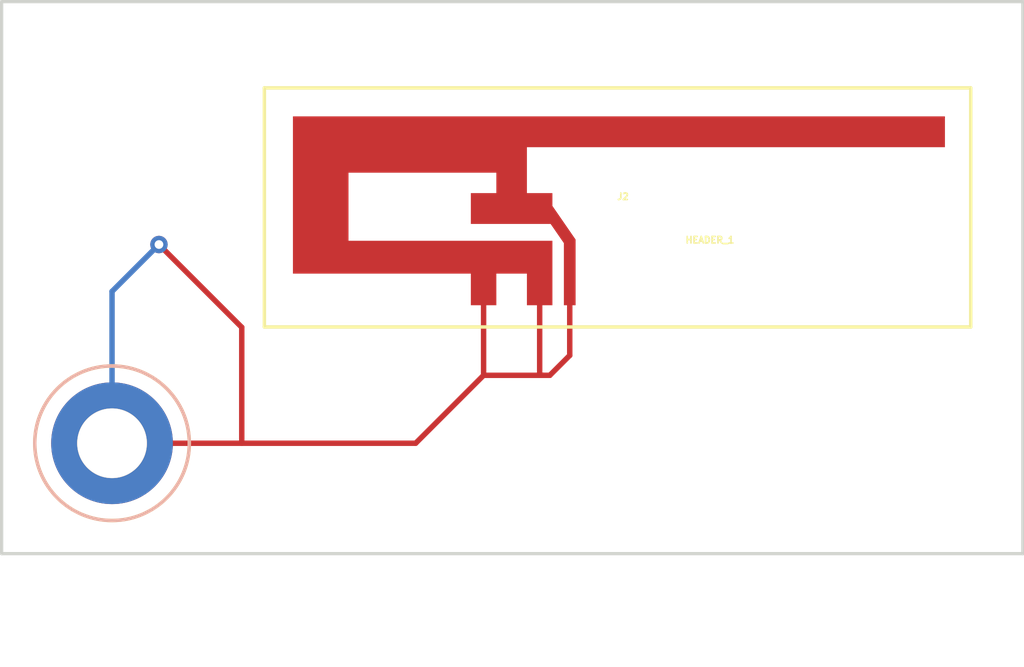
<source format=kicad_pcb>
(kicad_pcb (version 20171130) (host pcbnew "(5.0.0-rc2-dev-41-gce1bd4c-dirty)")

  (general
    (thickness 1.6)
    (drawings 5)
    (tracks 17)
    (zones 0)
    (modules 2)
    (nets 2)
  )

  (page A4)
  (layers
    (0 F.Cu signal)
    (31 B.Cu signal)
    (32 B.Adhes user)
    (33 F.Adhes user)
    (34 B.Paste user)
    (35 F.Paste user)
    (36 B.SilkS user)
    (37 F.SilkS user)
    (38 B.Mask user)
    (39 F.Mask user)
    (40 Dwgs.User user)
    (41 Cmts.User user)
    (42 Eco1.User user)
    (43 Eco2.User user)
    (44 Edge.Cuts user)
    (45 Margin user)
    (46 B.CrtYd user)
    (47 F.CrtYd user)
    (48 B.Fab user)
    (49 F.Fab user)
  )

  (setup
    (last_trace_width 0.25)
    (trace_clearance 0.2)
    (zone_clearance 0.508)
    (zone_45_only no)
    (trace_min 0.2)
    (segment_width 0.15)
    (edge_width 0.15)
    (via_size 0.8)
    (via_drill 0.4)
    (via_min_size 0.4)
    (via_min_drill 0.3)
    (uvia_size 0.3)
    (uvia_drill 0.1)
    (uvias_allowed no)
    (uvia_min_size 0.2)
    (uvia_min_drill 0.1)
    (pcb_text_width 0.3)
    (pcb_text_size 1.5 1.5)
    (mod_edge_width 0.3)
    (mod_text_size 1.5 1.5)
    (mod_text_width 0.15)
    (pad_size 0.8 1.2)
    (pad_drill 0.5)
    (pad_to_mask_clearance 0.2)
    (aux_axis_origin 0 0)
    (visible_elements 7FFFFFFF)
    (pcbplotparams
      (layerselection 0x010fc_ffffffff)
      (usegerberextensions false)
      (usegerberattributes false)
      (usegerberadvancedattributes false)
      (creategerberjobfile false)
      (excludeedgelayer true)
      (linewidth 0.100000)
      (plotframeref false)
      (viasonmask false)
      (mode 1)
      (useauxorigin false)
      (hpglpennumber 1)
      (hpglpenspeed 20)
      (hpglpendiameter 15)
      (psnegative false)
      (psa4output false)
      (plotreference true)
      (plotvalue true)
      (plotinvisibletext false)
      (padsonsilk false)
      (subtractmaskfromsilk false)
      (outputformat 1)
      (mirror false)
      (drillshape 1)
      (scaleselection 1)
      (outputdirectory ""))
  )

  (net 0 "")
  (net 1 GND)

  (net_class Default "This is the default net class."
    (clearance 0.2)
    (trace_width 0.25)
    (via_dia 0.8)
    (via_drill 0.4)
    (uvia_dia 0.3)
    (uvia_drill 0.1)
    (add_net GND)
  )

  (module a_ANCHORS:polylines (layer F.Cu) (tedit 5A74E519) (tstamp 5ABF95F6)
    (at 157.48 100.33)
    (descr "fp-template-RF-antenna-poly StepUp generated footprint")
    (path /5ABF8D65)
    (attr smd)
    (fp_text reference J2 (at 7 -5) (layer F.SilkS)
      (effects (font (size 0.3 0.3) (thickness 0.08)))
    )
    (fp_text value HEADER_1 (at 11 -3) (layer F.SilkS)
      (effects (font (size 0.3 0.3) (thickness 0.08)))
    )
    (fp_text user %R (at 7 -5) (layer F.Fab)
      (effects (font (size 0.3 0.3) (thickness 0.08)))
    )
    (fp_line (start -9.5 -10) (end 23 -10) (layer F.SilkS) (width 0.16))
    (fp_line (start 23 -10) (end 23 1) (layer F.SilkS) (width 0.16))
    (fp_line (start 23 1) (end -9.5 1) (layer F.SilkS) (width 0.16))
    (fp_line (start -9.5 1) (end -9.5 -10) (layer F.SilkS) (width 0.16))
    (pad 1 smd rect (at 0.586396 -0.293198) (size 1.172791 0.586396) (layers F.Cu F.Mask)
      (net 1 GND))
    (pad 1 smd rect (at 4.55043 -0.293198) (size 0.539484 0.586396) (layers F.Cu F.Mask)
      (net 1 GND))
    (pad 1 smd rect (at 3.166537 -0.293198) (size 1.172791 0.586396) (layers F.Cu F.Mask)
      (net 1 GND))
    (pad 1 smd custom (at 0.609678 -0.998418) (size 0.416776 0.416776) (layers F.Cu F.Mask)
      (net 1 GND) (zone_connect 0)
      (options (clearance outline) (anchor circle))
      (primitives
        (gr_poly (pts
           (xy 3.67101 -1.857329) (xy 3.059986 -2.742786) (xy -0.609678 -2.742786) (xy -0.609678 -4.161863) (xy 0.563113 -4.161863)
           (xy 0.563113 -5.100096) (xy -6.239076 -5.100096) (xy -6.239076 -1.968744) (xy 3.143254 -1.968744) (xy 3.143254 0.412022)
           (xy 1.970463 0.412022) (xy 1.970463 -0.455843) (xy 0.563113 -0.455843) (xy 0.563113 0.412022) (xy -0.609678 0.412022)
           (xy -0.609678 -0.455843) (xy -8.795761 -0.455843) (xy -8.795761 -7.691965) (xy 21.204239 -7.691965) (xy 21.204239 -6.272888)
           (xy 1.970463 -6.272888) (xy 1.970463 -4.161863) (xy 3.143254 -4.161863) (xy 3.143254 -3.573122) (xy 4.210494 -2.025038)
           (xy 4.210494 0.412022) (xy 3.67101 0.412022)) (width 0))
      ))
  )

  (module a_ANCHORS:1pinD32 (layer F.Cu) (tedit 5A634090) (tstamp 5ABF96AE)
    (at 140.97 106.68)
    (path /5ABF8CC8)
    (fp_text reference J1 (at 0 -4.699) (layer F.SilkS) hide
      (effects (font (size 1.00076 1.00076) (thickness 0.2032)))
    )
    (fp_text value HEADER_1 (at 0 4.953) (layer F.SilkS) hide
      (effects (font (size 1.00076 1.00076) (thickness 0.2032)))
    )
    (fp_circle (center 0 0) (end 0 1.524) (layer B.SilkS) (width 0.16))
    (fp_circle (center 0 0) (end 0 1.524) (layer F.SilkS) (width 0.16))
    (fp_circle (center 0 0) (end 0 3.556) (layer B.SilkS) (width 0.16))
    (fp_circle (center 0 0) (end 0 3.556) (layer F.SilkS) (width 0.16))
    (pad 1 thru_hole circle (at 0 0) (size 5.6 5.6) (drill 3.2004) (layers *.Cu *.Mask)
      (net 1 GND))
  )

  (gr_text "pcb.make(fuseCoppers=True)" (at 157.48 115.57) (layer Cmts.User)
    (effects (font (size 1.5 1.5) (thickness 0.3)))
  )
  (gr_line (start 135.89 86.36) (end 182.88 86.36) (angle 90) (layer Edge.Cuts) (width 0.15))
  (gr_line (start 135.89 111.76) (end 135.89 86.36) (angle 90) (layer Edge.Cuts) (width 0.15))
  (gr_line (start 182.88 111.76) (end 135.89 111.76) (angle 90) (layer Edge.Cuts) (width 0.15))
  (gr_line (start 182.88 86.36) (end 182.88 111.76) (angle 90) (layer Edge.Cuts) (width 0.15))

  (segment (start 140.97 106.68) (end 140.97 99.695) (width 0.25) (layer B.Cu) (net 1) (status 400000))
  (segment (start 140.97 99.695) (end 143.129 97.536) (width 0.25) (layer B.Cu) (net 1) (tstamp 5ABF9771))
  (via (at 143.129 97.536) (size 0.8) (drill 0.4) (layers F.Cu B.Cu) (net 1))
  (segment (start 143.129 97.536) (end 146.939 101.346) (width 0.25) (layer F.Cu) (net 1) (tstamp 5ABF9774))
  (segment (start 146.939 101.346) (end 146.939 106.68) (width 0.25) (layer F.Cu) (net 1) (tstamp 5ABF9775))
  (segment (start 158.066396 100.036802) (end 158.066396 99.354864) (width 0.25) (layer F.Cu) (net 1) (status C00000))
  (segment (start 158.066396 99.354864) (end 158.089678 99.331582) (width 0.25) (layer F.Cu) (net 1) (tstamp 5ABF976E) (status C00000))
  (segment (start 160.782 103.553604) (end 161.114396 103.553604) (width 0.25) (layer F.Cu) (net 1))
  (segment (start 161.114396 103.553604) (end 162.03043 102.63757) (width 0.25) (layer F.Cu) (net 1) (tstamp 5ABF9768))
  (segment (start 160.646537 100.036802) (end 160.646537 103.553604) (width 0.25) (layer F.Cu) (net 1) (status 400000))
  (segment (start 162.03043 100.036802) (end 162.03043 102.63757) (width 0.25) (layer F.Cu) (net 1) (status 400000))
  (segment (start 160.782 103.553604) (end 160.646537 103.553604) (width 0.25) (layer F.Cu) (net 1) (tstamp 5ABF9766))
  (segment (start 160.646537 103.553604) (end 158.066396 103.553604) (width 0.25) (layer F.Cu) (net 1) (tstamp 5ABF9764))
  (segment (start 158.066396 100.036802) (end 158.066396 103.553604) (width 0.25) (layer F.Cu) (net 1) (status 400000))
  (segment (start 158.066396 103.553604) (end 154.94 106.68) (width 0.25) (layer F.Cu) (net 1) (tstamp 5ABF9758))
  (segment (start 154.94 106.68) (end 146.939 106.68) (width 0.25) (layer F.Cu) (net 1) (tstamp 5ABF975A))
  (segment (start 146.939 106.68) (end 140.97 106.68) (width 0.25) (layer F.Cu) (net 1) (tstamp 5ABF9779) (status 800000))

)

</source>
